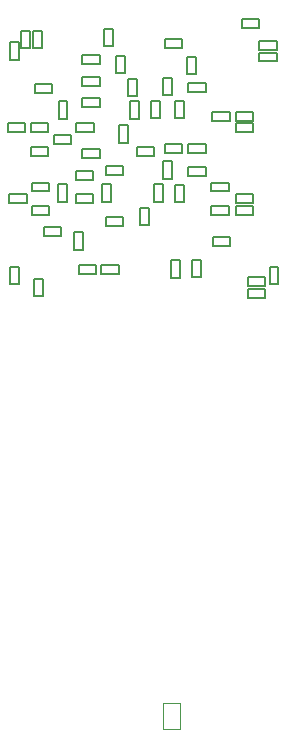
<source format=gbr>
%TF.GenerationSoftware,Altium Limited,Altium Designer,21.5.1 (32)*%
G04 Layer_Color=32896*
%FSLAX45Y45*%
%MOMM*%
%TF.SameCoordinates,620DA487-9358-4998-A31C-56A073A1AE4C*%
%TF.FilePolarity,Positive*%
%TF.FileFunction,Other,Bottom_Assembly*%
%TF.Part,Single*%
G01*
G75*
%TA.AperFunction,NonConductor*%
%ADD75C,0.20000*%
%ADD77C,0.10000*%
D75*
X6077060Y6789668D02*
X6224309D01*
Y6864669D01*
X6077060D02*
X6224309D01*
X6077060Y6789668D02*
Y6864669D01*
X4973777Y8044925D02*
X5121026D01*
X4973777Y7969924D02*
Y8044925D01*
Y7969924D02*
X5121026D01*
Y8044925D01*
X4973777Y8225351D02*
X5121026D01*
X4973777Y8150350D02*
Y8225351D01*
Y8150350D02*
X5121026D01*
Y8225351D01*
X4973777Y7609926D02*
X5121026D01*
X4973777Y7534925D02*
Y7609926D01*
Y7534925D02*
X5121026D01*
Y7609926D01*
X4920951Y7354499D02*
X5068200D01*
Y7429500D01*
X4920951D02*
X5068200D01*
X4920951Y7354499D02*
Y7429500D01*
Y7229500D02*
X5068200D01*
X4920951Y7154499D02*
Y7229500D01*
Y7154499D02*
X5068200D01*
Y7229500D01*
X4923702Y7829499D02*
X5070951D01*
X4923702Y7754498D02*
Y7829499D01*
Y7754498D02*
X5070951D01*
Y7829499D01*
X4973777Y8330777D02*
X5121026D01*
Y8405778D01*
X4973777D02*
X5121026D01*
X4973777Y8330777D02*
Y8405778D01*
X4845523Y7168388D02*
Y7315637D01*
X4770522D02*
X4845523D01*
X4770522Y7168388D02*
Y7315637D01*
Y7168388D02*
X4845523D01*
X4547850Y7329500D02*
X4695099D01*
X4547850Y7254499D02*
Y7329500D01*
Y7254499D02*
X4695099D01*
Y7329500D01*
X4547850Y7129501D02*
X4695099D01*
X4547850Y7054499D02*
Y7129501D01*
Y7054499D02*
X4695099D01*
Y7129501D01*
X4355181Y7229500D02*
X4502425D01*
X4355181Y7154499D02*
Y7229500D01*
Y7154499D02*
X4502425D01*
Y7229500D01*
X5673776Y8545344D02*
X5821025D01*
X5673776Y8470348D02*
Y8545344D01*
Y8470348D02*
X5821025D01*
Y8545344D01*
X5934847Y8247671D02*
Y8394920D01*
X5859851D02*
X5934847D01*
X5859851Y8247671D02*
Y8394920D01*
Y8247671D02*
X5934847D01*
X4907117Y6760766D02*
Y6908015D01*
Y6760766D02*
X4982118D01*
Y6908015D01*
X4907117D02*
X4982118D01*
X5798895Y6522448D02*
Y6669692D01*
X5723899D02*
X5798895D01*
X5723899Y6522448D02*
Y6669692D01*
Y6522448D02*
X5798895D01*
X5979324Y6530517D02*
Y6677765D01*
X5904328D02*
X5979324D01*
X5904328Y6530517D02*
Y6677765D01*
Y6530517D02*
X5979324D01*
X6325816Y8638122D02*
X6473065D01*
Y8713123D01*
X6325816D02*
X6473065D01*
X6325816Y8638122D02*
Y8713123D01*
X5821025Y7583714D02*
Y7658715D01*
X5673776Y7583714D02*
X5821025D01*
X5673776D02*
Y7658715D01*
X5821025D01*
X4359900Y6615623D02*
X4434901D01*
Y6468374D02*
Y6615623D01*
X4359900Y6468374D02*
X4434901D01*
X4359900D02*
Y6615623D01*
Y8368375D02*
X4434901D01*
X4359900D02*
Y8515624D01*
X4434901D01*
Y8368375D02*
Y8515624D01*
X4459900Y8615624D02*
X4534901D01*
Y8468375D02*
Y8615624D01*
X4459900Y8468375D02*
X4534901D01*
X4459900D02*
Y8615624D01*
X4567499Y6516126D02*
X4642500D01*
Y6368877D02*
Y6516126D01*
X4567499Y6368877D02*
X4642500D01*
X4567499D02*
Y6516126D01*
X4648624Y6874078D02*
Y6949079D01*
X4795868D01*
Y6874078D02*
Y6949079D01*
X4648624Y6874078D02*
X4795868D01*
X4573778Y8091048D02*
Y8166049D01*
X4721022D01*
Y8091048D02*
Y8166049D01*
X4573778Y8091048D02*
X4721022D01*
X4345685Y7754498D02*
Y7829499D01*
X4492929D01*
Y7754498D02*
Y7829499D01*
X4345685Y7754498D02*
X4492929D01*
X4559950Y8615675D02*
X4634951D01*
Y8468426D02*
Y8615675D01*
X4559950Y8468426D02*
X4634951D01*
X4559950D02*
Y8615675D01*
X5090497Y6554450D02*
Y6629451D01*
X4943248Y6554450D02*
X5090497D01*
X4943248D02*
Y6629451D01*
X5090497D01*
X4685603Y7754498D02*
Y7829499D01*
X4538354Y7754498D02*
X4685603D01*
X4538354D02*
Y7829499D01*
X4685603D01*
X5135922Y6554705D02*
Y6629707D01*
X5283171D01*
Y6554705D02*
Y6629707D01*
X5135922Y6554705D02*
X5283171D01*
X4731028Y7654498D02*
Y7729499D01*
X4878277D01*
Y7654498D02*
Y7729499D01*
X4731028Y7654498D02*
X4878277D01*
X4538354Y7554498D02*
Y7629500D01*
X4685603D01*
Y7554498D02*
Y7629500D01*
X4538354Y7554498D02*
X4685603D01*
X4773273Y7868376D02*
X4848275D01*
X4773273D02*
Y8015625D01*
X4848275D01*
Y7868376D02*
Y8015625D01*
X5259847Y8253725D02*
X5334848D01*
X5259847D02*
Y8400974D01*
X5334848D01*
Y8253725D02*
Y8400974D01*
X5159898Y8481206D02*
X5234899D01*
X5159898D02*
Y8628454D01*
X5234899D01*
Y8481206D02*
Y8628454D01*
X5359751Y8208300D02*
X5434752D01*
Y8061051D02*
Y8208300D01*
X5359751Y8061051D02*
X5434752D01*
X5359751D02*
Y8208300D01*
X5464476Y7115622D02*
X5539473D01*
Y6968378D02*
Y7115622D01*
X5464476Y6968378D02*
X5539473D01*
X5464476D02*
Y7115622D01*
X5659902Y7361047D02*
X5734898D01*
X5659902D02*
Y7508291D01*
X5734898D01*
Y7361047D02*
Y7508291D01*
X5584474Y7554498D02*
Y7629500D01*
X5437226Y7554498D02*
X5584474D01*
X5437226D02*
Y7629500D01*
X5584474D01*
X5286802Y7815626D02*
X5361798D01*
Y7668377D02*
Y7815626D01*
X5286802Y7668377D02*
X5361798D01*
X5286802D02*
Y7815626D01*
X5659902Y8067244D02*
X5734898D01*
X5659902D02*
Y8214493D01*
X5734898D01*
Y8067244D02*
Y8214493D01*
X5873775Y7385530D02*
Y7460531D01*
X6021024D01*
Y7385530D02*
Y7460531D01*
X5873775Y7385530D02*
X6021024D01*
X5873775Y7583714D02*
Y7658715D01*
X6021024D01*
Y7583714D02*
Y7658715D01*
X5873775Y7583714D02*
X6021024D01*
X5873775Y8097242D02*
Y8172243D01*
X6021024D01*
Y8097242D02*
Y8172243D01*
X5873775Y8097242D02*
X6021024D01*
X6073775Y7854447D02*
Y7929448D01*
X6221024D01*
Y7854447D02*
Y7929448D01*
X6073775Y7854447D02*
X6221024D01*
X6421023Y7154565D02*
Y7229566D01*
X6273775Y7154565D02*
X6421023D01*
X6273775D02*
Y7229566D01*
X6421023D01*
Y7854498D02*
Y7929499D01*
X6273775Y7854498D02*
X6421023D01*
X6273775D02*
Y7929499D01*
X6421023D01*
Y7754498D02*
Y7829499D01*
X6273775Y7754498D02*
X6421023D01*
X6273775D02*
Y7829499D01*
X6421023D01*
X6373774Y6354501D02*
Y6429502D01*
X6521023D01*
Y6354501D02*
Y6429502D01*
X6373774Y6354501D02*
X6521023D01*
X6621023Y8354502D02*
Y8429498D01*
X6473774Y8354502D02*
X6621023D01*
X6473774D02*
Y8429498D01*
X6621023D01*
X6473774Y8454502D02*
Y8529503D01*
X6621023D01*
Y8454502D02*
Y8529503D01*
X6473774Y8454502D02*
X6621023D01*
X5173777Y6965276D02*
Y7040277D01*
X5321026D01*
Y6965276D02*
Y7040277D01*
X5173777Y6965276D02*
X5321026D01*
X5173777Y7396122D02*
Y7471123D01*
X5321026D01*
Y7396122D02*
Y7471123D01*
X5173777Y7396122D02*
X5321026D01*
X6066450Y7054499D02*
Y7129501D01*
X6213699D01*
Y7054499D02*
Y7129501D01*
X6066450Y7054499D02*
X6213699D01*
X6066450Y7254499D02*
Y7329500D01*
X6213699D01*
Y7254499D02*
Y7329500D01*
X6066450Y7254499D02*
X6213699D01*
X6421023Y7054499D02*
Y7129501D01*
X6273775Y7054499D02*
X6421023D01*
X6273775D02*
Y7129501D01*
X6421023D01*
X6521023Y6454501D02*
Y6529502D01*
X6373774Y6454501D02*
X6521023D01*
X6373774D02*
Y6529502D01*
X6521023D01*
X5759902Y7310107D02*
X5834898D01*
Y7162864D02*
Y7310107D01*
X5759902Y7162864D02*
X5834898D01*
X5759902D02*
Y7310107D01*
X5143628Y7168378D02*
X5218624D01*
X5143628D02*
Y7315622D01*
X5218624D01*
Y7168378D02*
Y7315622D01*
X5579476D02*
X5654472D01*
Y7168378D02*
Y7315622D01*
X5579476Y7168378D02*
X5654472D01*
X5579476D02*
Y7315622D01*
X5559903Y8021819D02*
X5634899D01*
Y7874570D02*
Y8021819D01*
X5559903Y7874570D02*
X5634899D01*
X5559903D02*
Y8021819D01*
X5759902Y7874570D02*
X5834898D01*
X5759902D02*
Y8021819D01*
X5834898D01*
Y7874570D02*
Y8021819D01*
X5379476Y7868376D02*
X5454472D01*
X5379476D02*
Y8015625D01*
X5454472D01*
Y7868376D02*
Y8015625D01*
X6559901Y6615623D02*
X6634902D01*
Y6468374D02*
Y6615623D01*
X6559901Y6468374D02*
X6634902D01*
X6559901D02*
Y6615623D01*
D77*
X5656229Y2705910D02*
Y2925910D01*
X5801227Y2705910D02*
Y2925910D01*
X5656229D02*
X5801227D01*
X5656229Y2705910D02*
X5801227D01*
%TF.MD5,a9f3f65ff655a70e566c8949c502f381*%
M02*

</source>
